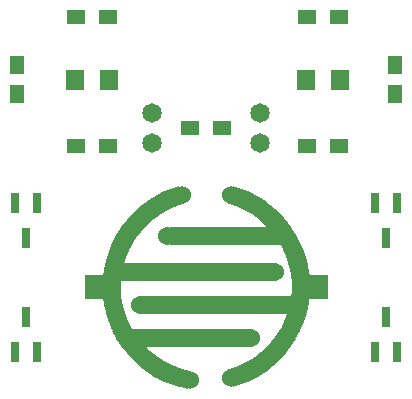
<source format=gts>
G04 #@! TF.FileFunction,Soldermask,Top*
%FSLAX46Y46*%
G04 Gerber Fmt 4.6, Leading zero omitted, Abs format (unit mm)*
G04 Created by KiCad (PCBNEW (2015-05-03 BZR 5637)-product) date 2015 September 26, Saturday 19:46:49*
%MOMM*%
G01*
G04 APERTURE LIST*
%ADD10C,0.100000*%
%ADD11C,1.651000*%
%ADD12R,1.250000X1.500000*%
%ADD13R,1.500000X1.300000*%
%ADD14R,13.000000X1.540000*%
%ADD15R,10.000000X1.540000*%
%ADD16R,2.000000X2.000000*%
%ADD17C,1.524000*%
%ADD18R,1.524000X1.524000*%
%ADD19C,1.540000*%
%ADD20R,1.597660X1.800860*%
%ADD21R,0.800100X1.800860*%
G04 APERTURE END LIST*
D10*
D11*
X152654000Y-104648000D03*
X152654000Y-107188000D03*
X143510000Y-104648000D03*
X143510000Y-107188000D03*
D12*
X132080000Y-103104000D03*
X132080000Y-100604000D03*
X164084000Y-100604000D03*
X164084000Y-103104000D03*
D13*
X149432000Y-105918000D03*
X146732000Y-105918000D03*
X139780000Y-96520000D03*
X137080000Y-96520000D03*
X159338000Y-96520000D03*
X156638000Y-96520000D03*
X139780000Y-107442000D03*
X137080000Y-107442000D03*
X156638000Y-107442000D03*
X159338000Y-107442000D03*
D14*
X149098000Y-120904000D03*
X147320000Y-118110000D03*
D15*
X146812000Y-123698000D03*
D16*
X138811000Y-119380000D03*
D17*
X150153000Y-111653000D03*
D10*
G36*
X150362574Y-110885335D02*
X151794665Y-111406574D01*
X151273426Y-112838665D01*
X149841335Y-112317426D01*
X150362574Y-110885335D01*
X150362574Y-110885335D01*
G37*
G36*
X151094429Y-111117358D02*
X152475642Y-111761429D01*
X151831571Y-113142642D01*
X150450358Y-112498571D01*
X151094429Y-111117358D01*
X151094429Y-111117358D01*
G37*
G36*
X151803089Y-111411089D02*
X153122911Y-112173089D01*
X152360911Y-113492911D01*
X151041089Y-112730911D01*
X151803089Y-111411089D01*
X151803089Y-111411089D01*
G37*
G36*
X152483871Y-111765741D02*
X153732259Y-112639871D01*
X152858129Y-113888259D01*
X151609741Y-113014129D01*
X152483871Y-111765741D01*
X152483871Y-111765741D01*
G37*
G36*
X153130078Y-112178470D02*
X154297530Y-113158078D01*
X153317922Y-114325530D01*
X152150470Y-113345922D01*
X153130078Y-112178470D01*
X153130078Y-112178470D01*
G37*
G36*
X153739000Y-112645369D02*
X154816631Y-113723000D01*
X153739000Y-114800631D01*
X152661369Y-113723000D01*
X153739000Y-112645369D01*
X153739000Y-112645369D01*
G37*
G36*
X154303922Y-113164470D02*
X155283530Y-114331922D01*
X154116078Y-115311530D01*
X153136470Y-114144078D01*
X154303922Y-113164470D01*
X154303922Y-113164470D01*
G37*
G36*
X154822129Y-113729741D02*
X155696259Y-114978129D01*
X154447871Y-115852259D01*
X153573741Y-114603871D01*
X154822129Y-113729741D01*
X154822129Y-113729741D01*
G37*
G36*
X155288911Y-114339089D02*
X156050911Y-115658911D01*
X154731089Y-116420911D01*
X153969089Y-115101089D01*
X155288911Y-114339089D01*
X155288911Y-114339089D01*
G37*
G36*
X155700571Y-114986358D02*
X156344642Y-116367571D01*
X154963429Y-117011642D01*
X154319358Y-115630429D01*
X155700571Y-114986358D01*
X155700571Y-114986358D01*
G37*
G36*
X156055426Y-115667335D02*
X156576665Y-117099426D01*
X155144574Y-117620665D01*
X154623335Y-116188574D01*
X156055426Y-115667335D01*
X156055426Y-115667335D01*
G37*
G36*
X156347815Y-116375744D02*
X156742256Y-117847815D01*
X155270185Y-118242256D01*
X154875744Y-116770185D01*
X156347815Y-116375744D01*
X156347815Y-116375744D01*
G37*
G36*
X156578104Y-117108257D02*
X156842743Y-118609104D01*
X155341896Y-118873743D01*
X155077257Y-117372896D01*
X156578104Y-117108257D01*
X156578104Y-117108257D01*
G37*
G36*
X156744688Y-117857487D02*
X156877513Y-119375688D01*
X155359312Y-119508513D01*
X155226487Y-117990312D01*
X156744688Y-117857487D01*
X156744688Y-117857487D01*
G37*
D18*
X156082000Y-119380000D03*
D10*
G36*
X156877513Y-119384312D02*
X156744688Y-120902513D01*
X155226487Y-120769688D01*
X155359312Y-119251487D01*
X156877513Y-119384312D01*
X156877513Y-119384312D01*
G37*
G36*
X156842743Y-120150896D02*
X156578104Y-121651743D01*
X155077257Y-121387104D01*
X155341896Y-119886257D01*
X156842743Y-120150896D01*
X156842743Y-120150896D01*
G37*
G36*
X156742256Y-120912185D02*
X156347815Y-122384256D01*
X154875744Y-121989815D01*
X155270185Y-120517744D01*
X156742256Y-120912185D01*
X156742256Y-120912185D01*
G37*
G36*
X156576665Y-121660574D02*
X156055426Y-123092665D01*
X154623335Y-122571426D01*
X155144574Y-121139335D01*
X156576665Y-121660574D01*
X156576665Y-121660574D01*
G37*
G36*
X156344642Y-122392429D02*
X155700571Y-123773642D01*
X154319358Y-123129571D01*
X154963429Y-121748358D01*
X156344642Y-122392429D01*
X156344642Y-122392429D01*
G37*
G36*
X156050911Y-123101089D02*
X155288911Y-124420911D01*
X153969089Y-123658911D01*
X154731089Y-122339089D01*
X156050911Y-123101089D01*
X156050911Y-123101089D01*
G37*
G36*
X155696259Y-123781871D02*
X154822129Y-125030259D01*
X153573741Y-124156129D01*
X154447871Y-122907741D01*
X155696259Y-123781871D01*
X155696259Y-123781871D01*
G37*
G36*
X155283530Y-124428078D02*
X154303922Y-125595530D01*
X153136470Y-124615922D01*
X154116078Y-123448470D01*
X155283530Y-124428078D01*
X155283530Y-124428078D01*
G37*
G36*
X154816631Y-125037000D02*
X153739000Y-126114631D01*
X152661369Y-125037000D01*
X153739000Y-123959369D01*
X154816631Y-125037000D01*
X154816631Y-125037000D01*
G37*
G36*
X154297530Y-125601922D02*
X153130078Y-126581530D01*
X152150470Y-125414078D01*
X153317922Y-124434470D01*
X154297530Y-125601922D01*
X154297530Y-125601922D01*
G37*
G36*
X153732259Y-126120129D02*
X152483871Y-126994259D01*
X151609741Y-125745871D01*
X152858129Y-124871741D01*
X153732259Y-126120129D01*
X153732259Y-126120129D01*
G37*
G36*
X153122911Y-126586911D02*
X151803089Y-127348911D01*
X151041089Y-126029089D01*
X152360911Y-125267089D01*
X153122911Y-126586911D01*
X153122911Y-126586911D01*
G37*
G36*
X152475642Y-126998571D02*
X151094429Y-127642642D01*
X150450358Y-126261429D01*
X151831571Y-125617358D01*
X152475642Y-126998571D01*
X152475642Y-126998571D01*
G37*
G36*
X151794665Y-127353426D02*
X150362574Y-127874665D01*
X149841335Y-126442574D01*
X151273426Y-125921335D01*
X151794665Y-127353426D01*
X151794665Y-127353426D01*
G37*
D17*
X150153000Y-127107000D03*
X146693000Y-127258000D03*
D10*
G36*
X146549815Y-128040256D02*
X145077744Y-127645815D01*
X145472185Y-126173744D01*
X146944256Y-126568185D01*
X146549815Y-128040256D01*
X146549815Y-128040256D01*
G37*
G36*
X145801426Y-127874665D02*
X144369335Y-127353426D01*
X144890574Y-125921335D01*
X146322665Y-126442574D01*
X145801426Y-127874665D01*
X145801426Y-127874665D01*
G37*
G36*
X145069571Y-127642642D02*
X143688358Y-126998571D01*
X144332429Y-125617358D01*
X145713642Y-126261429D01*
X145069571Y-127642642D01*
X145069571Y-127642642D01*
G37*
G36*
X144360911Y-127348911D02*
X143041089Y-126586911D01*
X143803089Y-125267089D01*
X145122911Y-126029089D01*
X144360911Y-127348911D01*
X144360911Y-127348911D01*
G37*
G36*
X143680129Y-126994259D02*
X142431741Y-126120129D01*
X143305871Y-124871741D01*
X144554259Y-125745871D01*
X143680129Y-126994259D01*
X143680129Y-126994259D01*
G37*
G36*
X143033922Y-126581530D02*
X141866470Y-125601922D01*
X142846078Y-124434470D01*
X144013530Y-125414078D01*
X143033922Y-126581530D01*
X143033922Y-126581530D01*
G37*
G36*
X142425000Y-126114631D02*
X141347369Y-125037000D01*
X142425000Y-123959369D01*
X143502631Y-125037000D01*
X142425000Y-126114631D01*
X142425000Y-126114631D01*
G37*
G36*
X141860078Y-125595530D02*
X140880470Y-124428078D01*
X142047922Y-123448470D01*
X143027530Y-124615922D01*
X141860078Y-125595530D01*
X141860078Y-125595530D01*
G37*
G36*
X141341871Y-125030259D02*
X140467741Y-123781871D01*
X141716129Y-122907741D01*
X142590259Y-124156129D01*
X141341871Y-125030259D01*
X141341871Y-125030259D01*
G37*
G36*
X140875089Y-124420911D02*
X140113089Y-123101089D01*
X141432911Y-122339089D01*
X142194911Y-123658911D01*
X140875089Y-124420911D01*
X140875089Y-124420911D01*
G37*
G36*
X140463429Y-123773642D02*
X139819358Y-122392429D01*
X141200571Y-121748358D01*
X141844642Y-123129571D01*
X140463429Y-123773642D01*
X140463429Y-123773642D01*
G37*
G36*
X140108574Y-123092665D02*
X139587335Y-121660574D01*
X141019426Y-121139335D01*
X141540665Y-122571426D01*
X140108574Y-123092665D01*
X140108574Y-123092665D01*
G37*
G36*
X139816185Y-122384256D02*
X139421744Y-120912185D01*
X140893815Y-120517744D01*
X141288256Y-121989815D01*
X139816185Y-122384256D01*
X139816185Y-122384256D01*
G37*
G36*
X139585896Y-121651743D02*
X139321257Y-120150896D01*
X140822104Y-119886257D01*
X141086743Y-121387104D01*
X139585896Y-121651743D01*
X139585896Y-121651743D01*
G37*
G36*
X139419312Y-120902513D02*
X139286487Y-119384312D01*
X140804688Y-119251487D01*
X140937513Y-120769688D01*
X139419312Y-120902513D01*
X139419312Y-120902513D01*
G37*
D18*
X140082000Y-119380000D03*
D10*
G36*
X139286487Y-119375688D02*
X139419312Y-117857487D01*
X140937513Y-117990312D01*
X140804688Y-119508513D01*
X139286487Y-119375688D01*
X139286487Y-119375688D01*
G37*
G36*
X139321257Y-118609104D02*
X139585896Y-117108257D01*
X141086743Y-117372896D01*
X140822104Y-118873743D01*
X139321257Y-118609104D01*
X139321257Y-118609104D01*
G37*
G36*
X139421744Y-117847815D02*
X139816185Y-116375744D01*
X141288256Y-116770185D01*
X140893815Y-118242256D01*
X139421744Y-117847815D01*
X139421744Y-117847815D01*
G37*
G36*
X139587335Y-117099426D02*
X140108574Y-115667335D01*
X141540665Y-116188574D01*
X141019426Y-117620665D01*
X139587335Y-117099426D01*
X139587335Y-117099426D01*
G37*
G36*
X139819358Y-116367571D02*
X140463429Y-114986358D01*
X141844642Y-115630429D01*
X141200571Y-117011642D01*
X139819358Y-116367571D01*
X139819358Y-116367571D01*
G37*
G36*
X140113089Y-115658911D02*
X140875089Y-114339089D01*
X142194911Y-115101089D01*
X141432911Y-116420911D01*
X140113089Y-115658911D01*
X140113089Y-115658911D01*
G37*
G36*
X140467741Y-114978129D02*
X141341871Y-113729741D01*
X142590259Y-114603871D01*
X141716129Y-115852259D01*
X140467741Y-114978129D01*
X140467741Y-114978129D01*
G37*
G36*
X140880470Y-114331922D02*
X141860078Y-113164470D01*
X143027530Y-114144078D01*
X142047922Y-115311530D01*
X140880470Y-114331922D01*
X140880470Y-114331922D01*
G37*
G36*
X141347369Y-113723000D02*
X142425000Y-112645369D01*
X143502631Y-113723000D01*
X142425000Y-114800631D01*
X141347369Y-113723000D01*
X141347369Y-113723000D01*
G37*
G36*
X141866470Y-113158078D02*
X143033922Y-112178470D01*
X144013530Y-113345922D01*
X142846078Y-114325530D01*
X141866470Y-113158078D01*
X141866470Y-113158078D01*
G37*
G36*
X142431741Y-112639871D02*
X143680129Y-111765741D01*
X144554259Y-113014129D01*
X143305871Y-113888259D01*
X142431741Y-112639871D01*
X142431741Y-112639871D01*
G37*
G36*
X143041089Y-112173089D02*
X144360911Y-111411089D01*
X145122911Y-112730911D01*
X143803089Y-113492911D01*
X143041089Y-112173089D01*
X143041089Y-112173089D01*
G37*
G36*
X143688358Y-111761429D02*
X145069571Y-111117358D01*
X145713642Y-112498571D01*
X144332429Y-113142642D01*
X143688358Y-111761429D01*
X143688358Y-111761429D01*
G37*
G36*
X144369335Y-111406574D02*
X145801426Y-110885335D01*
X146322665Y-112317426D01*
X144890574Y-112838665D01*
X144369335Y-111406574D01*
X144369335Y-111406574D01*
G37*
D17*
X146011000Y-111653000D03*
D16*
X157353000Y-119380000D03*
D15*
X149982000Y-115080000D03*
D19*
X144780000Y-115062000D03*
X142494000Y-120904000D03*
X151892000Y-123698000D03*
X153924000Y-118110000D03*
D20*
X139849860Y-101854000D03*
X137010140Y-101854000D03*
X159407860Y-101854000D03*
X156568140Y-101854000D03*
D21*
X131892000Y-124945140D03*
X133792000Y-124945140D03*
X132842000Y-121942860D03*
X133792000Y-112290860D03*
X131892000Y-112290860D03*
X132842000Y-115293140D03*
X164272000Y-112290860D03*
X162372000Y-112290860D03*
X163322000Y-115293140D03*
X162372000Y-124945140D03*
X164272000Y-124945140D03*
X163322000Y-121942860D03*
M02*

</source>
